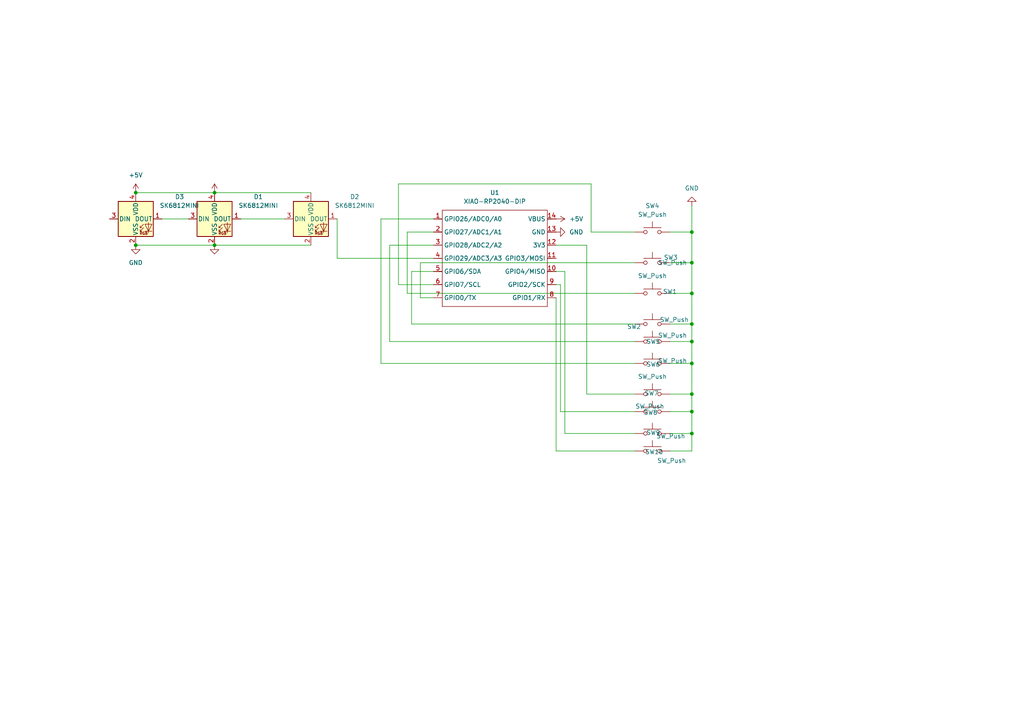
<source format=kicad_sch>
(kicad_sch
	(version 20250114)
	(generator "eeschema")
	(generator_version "9.0")
	(uuid "322c3005-28d7-4a79-a694-361b64d50aa7")
	(paper "A4")
	(lib_symbols
		(symbol "LED:SK6812MINI"
			(pin_names
				(offset 0.254)
			)
			(exclude_from_sim no)
			(in_bom yes)
			(on_board yes)
			(property "Reference" "D"
				(at 5.08 5.715 0)
				(effects
					(font
						(size 1.27 1.27)
					)
					(justify right bottom)
				)
			)
			(property "Value" "SK6812MINI"
				(at 1.27 -5.715 0)
				(effects
					(font
						(size 1.27 1.27)
					)
					(justify left top)
				)
			)
			(property "Footprint" "LED_SMD:LED_SK6812MINI_PLCC4_3.5x3.5mm_P1.75mm"
				(at 1.27 -7.62 0)
				(effects
					(font
						(size 1.27 1.27)
					)
					(justify left top)
					(hide yes)
				)
			)
			(property "Datasheet" "https://cdn-shop.adafruit.com/product-files/2686/SK6812MINI_REV.01-1-2.pdf"
				(at 2.54 -9.525 0)
				(effects
					(font
						(size 1.27 1.27)
					)
					(justify left top)
					(hide yes)
				)
			)
			(property "Description" "RGB LED with integrated controller"
				(at 0 0 0)
				(effects
					(font
						(size 1.27 1.27)
					)
					(hide yes)
				)
			)
			(property "ki_keywords" "RGB LED NeoPixel Mini addressable"
				(at 0 0 0)
				(effects
					(font
						(size 1.27 1.27)
					)
					(hide yes)
				)
			)
			(property "ki_fp_filters" "LED*SK6812MINI*PLCC*3.5x3.5mm*P1.75mm*"
				(at 0 0 0)
				(effects
					(font
						(size 1.27 1.27)
					)
					(hide yes)
				)
			)
			(symbol "SK6812MINI_0_0"
				(text "RGB"
					(at 2.286 -4.191 0)
					(effects
						(font
							(size 0.762 0.762)
						)
					)
				)
			)
			(symbol "SK6812MINI_0_1"
				(polyline
					(pts
						(xy 1.27 -2.54) (xy 1.778 -2.54)
					)
					(stroke
						(width 0)
						(type default)
					)
					(fill
						(type none)
					)
				)
				(polyline
					(pts
						(xy 1.27 -3.556) (xy 1.778 -3.556)
					)
					(stroke
						(width 0)
						(type default)
					)
					(fill
						(type none)
					)
				)
				(polyline
					(pts
						(xy 2.286 -1.524) (xy 1.27 -2.54) (xy 1.27 -2.032)
					)
					(stroke
						(width 0)
						(type default)
					)
					(fill
						(type none)
					)
				)
				(polyline
					(pts
						(xy 2.286 -2.54) (xy 1.27 -3.556) (xy 1.27 -3.048)
					)
					(stroke
						(width 0)
						(type default)
					)
					(fill
						(type none)
					)
				)
				(polyline
					(pts
						(xy 3.683 -1.016) (xy 3.683 -3.556) (xy 3.683 -4.064)
					)
					(stroke
						(width 0)
						(type default)
					)
					(fill
						(type none)
					)
				)
				(polyline
					(pts
						(xy 4.699 -1.524) (xy 2.667 -1.524) (xy 3.683 -3.556) (xy 4.699 -1.524)
					)
					(stroke
						(width 0)
						(type default)
					)
					(fill
						(type none)
					)
				)
				(polyline
					(pts
						(xy 4.699 -3.556) (xy 2.667 -3.556)
					)
					(stroke
						(width 0)
						(type default)
					)
					(fill
						(type none)
					)
				)
				(rectangle
					(start 5.08 5.08)
					(end -5.08 -5.08)
					(stroke
						(width 0.254)
						(type default)
					)
					(fill
						(type background)
					)
				)
			)
			(symbol "SK6812MINI_1_1"
				(pin input line
					(at -7.62 0 0)
					(length 2.54)
					(name "DIN"
						(effects
							(font
								(size 1.27 1.27)
							)
						)
					)
					(number "3"
						(effects
							(font
								(size 1.27 1.27)
							)
						)
					)
				)
				(pin power_in line
					(at 0 7.62 270)
					(length 2.54)
					(name "VDD"
						(effects
							(font
								(size 1.27 1.27)
							)
						)
					)
					(number "4"
						(effects
							(font
								(size 1.27 1.27)
							)
						)
					)
				)
				(pin power_in line
					(at 0 -7.62 90)
					(length 2.54)
					(name "VSS"
						(effects
							(font
								(size 1.27 1.27)
							)
						)
					)
					(number "2"
						(effects
							(font
								(size 1.27 1.27)
							)
						)
					)
				)
				(pin output line
					(at 7.62 0 180)
					(length 2.54)
					(name "DOUT"
						(effects
							(font
								(size 1.27 1.27)
							)
						)
					)
					(number "1"
						(effects
							(font
								(size 1.27 1.27)
							)
						)
					)
				)
			)
			(embedded_fonts no)
		)
		(symbol "Seeed_Studio_XIAO_Series:XIAO-RP2040-DIP"
			(exclude_from_sim no)
			(in_bom yes)
			(on_board yes)
			(property "Reference" "U"
				(at 0 0 0)
				(effects
					(font
						(size 1.27 1.27)
					)
				)
			)
			(property "Value" "XIAO-RP2040-DIP"
				(at 5.334 -1.778 0)
				(effects
					(font
						(size 1.27 1.27)
					)
				)
			)
			(property "Footprint" "Module:MOUDLE14P-XIAO-DIP-SMD"
				(at 14.478 -32.258 0)
				(effects
					(font
						(size 1.27 1.27)
					)
					(hide yes)
				)
			)
			(property "Datasheet" ""
				(at 0 0 0)
				(effects
					(font
						(size 1.27 1.27)
					)
					(hide yes)
				)
			)
			(property "Description" ""
				(at 0 0 0)
				(effects
					(font
						(size 1.27 1.27)
					)
					(hide yes)
				)
			)
			(symbol "XIAO-RP2040-DIP_1_0"
				(polyline
					(pts
						(xy -1.27 -2.54) (xy 29.21 -2.54)
					)
					(stroke
						(width 0.1524)
						(type solid)
					)
					(fill
						(type none)
					)
				)
				(polyline
					(pts
						(xy -1.27 -5.08) (xy -2.54 -5.08)
					)
					(stroke
						(width 0.1524)
						(type solid)
					)
					(fill
						(type none)
					)
				)
				(polyline
					(pts
						(xy -1.27 -5.08) (xy -1.27 -2.54)
					)
					(stroke
						(width 0.1524)
						(type solid)
					)
					(fill
						(type none)
					)
				)
				(polyline
					(pts
						(xy -1.27 -8.89) (xy -2.54 -8.89)
					)
					(stroke
						(width 0.1524)
						(type solid)
					)
					(fill
						(type none)
					)
				)
				(polyline
					(pts
						(xy -1.27 -8.89) (xy -1.27 -5.08)
					)
					(stroke
						(width 0.1524)
						(type solid)
					)
					(fill
						(type none)
					)
				)
				(polyline
					(pts
						(xy -1.27 -12.7) (xy -2.54 -12.7)
					)
					(stroke
						(width 0.1524)
						(type solid)
					)
					(fill
						(type none)
					)
				)
				(polyline
					(pts
						(xy -1.27 -12.7) (xy -1.27 -8.89)
					)
					(stroke
						(width 0.1524)
						(type solid)
					)
					(fill
						(type none)
					)
				)
				(polyline
					(pts
						(xy -1.27 -16.51) (xy -2.54 -16.51)
					)
					(stroke
						(width 0.1524)
						(type solid)
					)
					(fill
						(type none)
					)
				)
				(polyline
					(pts
						(xy -1.27 -16.51) (xy -1.27 -12.7)
					)
					(stroke
						(width 0.1524)
						(type solid)
					)
					(fill
						(type none)
					)
				)
				(polyline
					(pts
						(xy -1.27 -20.32) (xy -2.54 -20.32)
					)
					(stroke
						(width 0.1524)
						(type solid)
					)
					(fill
						(type none)
					)
				)
				(polyline
					(pts
						(xy -1.27 -24.13) (xy -2.54 -24.13)
					)
					(stroke
						(width 0.1524)
						(type solid)
					)
					(fill
						(type none)
					)
				)
				(polyline
					(pts
						(xy -1.27 -27.94) (xy -2.54 -27.94)
					)
					(stroke
						(width 0.1524)
						(type solid)
					)
					(fill
						(type none)
					)
				)
				(polyline
					(pts
						(xy -1.27 -30.48) (xy -1.27 -16.51)
					)
					(stroke
						(width 0.1524)
						(type solid)
					)
					(fill
						(type none)
					)
				)
				(polyline
					(pts
						(xy 29.21 -2.54) (xy 29.21 -5.08)
					)
					(stroke
						(width 0.1524)
						(type solid)
					)
					(fill
						(type none)
					)
				)
				(polyline
					(pts
						(xy 29.21 -5.08) (xy 29.21 -8.89)
					)
					(stroke
						(width 0.1524)
						(type solid)
					)
					(fill
						(type none)
					)
				)
				(polyline
					(pts
						(xy 29.21 -8.89) (xy 29.21 -12.7)
					)
					(stroke
						(width 0.1524)
						(type solid)
					)
					(fill
						(type none)
					)
				)
				(polyline
					(pts
						(xy 29.21 -12.7) (xy 29.21 -30.48)
					)
					(stroke
						(width 0.1524)
						(type solid)
					)
					(fill
						(type none)
					)
				)
				(polyline
					(pts
						(xy 29.21 -30.48) (xy -1.27 -30.48)
					)
					(stroke
						(width 0.1524)
						(type solid)
					)
					(fill
						(type none)
					)
				)
				(polyline
					(pts
						(xy 30.48 -5.08) (xy 29.21 -5.08)
					)
					(stroke
						(width 0.1524)
						(type solid)
					)
					(fill
						(type none)
					)
				)
				(polyline
					(pts
						(xy 30.48 -8.89) (xy 29.21 -8.89)
					)
					(stroke
						(width 0.1524)
						(type solid)
					)
					(fill
						(type none)
					)
				)
				(polyline
					(pts
						(xy 30.48 -12.7) (xy 29.21 -12.7)
					)
					(stroke
						(width 0.1524)
						(type solid)
					)
					(fill
						(type none)
					)
				)
				(polyline
					(pts
						(xy 30.48 -16.51) (xy 29.21 -16.51)
					)
					(stroke
						(width 0.1524)
						(type solid)
					)
					(fill
						(type none)
					)
				)
				(polyline
					(pts
						(xy 30.48 -20.32) (xy 29.21 -20.32)
					)
					(stroke
						(width 0.1524)
						(type solid)
					)
					(fill
						(type none)
					)
				)
				(polyline
					(pts
						(xy 30.48 -24.13) (xy 29.21 -24.13)
					)
					(stroke
						(width 0.1524)
						(type solid)
					)
					(fill
						(type none)
					)
				)
				(polyline
					(pts
						(xy 30.48 -27.94) (xy 29.21 -27.94)
					)
					(stroke
						(width 0.1524)
						(type solid)
					)
					(fill
						(type none)
					)
				)
				(pin passive line
					(at -3.81 -5.08 0)
					(length 2.54)
					(name "GPIO26/ADC0/A0"
						(effects
							(font
								(size 1.27 1.27)
							)
						)
					)
					(number "1"
						(effects
							(font
								(size 1.27 1.27)
							)
						)
					)
				)
				(pin passive line
					(at -3.81 -8.89 0)
					(length 2.54)
					(name "GPIO27/ADC1/A1"
						(effects
							(font
								(size 1.27 1.27)
							)
						)
					)
					(number "2"
						(effects
							(font
								(size 1.27 1.27)
							)
						)
					)
				)
				(pin passive line
					(at -3.81 -12.7 0)
					(length 2.54)
					(name "GPIO28/ADC2/A2"
						(effects
							(font
								(size 1.27 1.27)
							)
						)
					)
					(number "3"
						(effects
							(font
								(size 1.27 1.27)
							)
						)
					)
				)
				(pin passive line
					(at -3.81 -16.51 0)
					(length 2.54)
					(name "GPIO29/ADC3/A3"
						(effects
							(font
								(size 1.27 1.27)
							)
						)
					)
					(number "4"
						(effects
							(font
								(size 1.27 1.27)
							)
						)
					)
				)
				(pin passive line
					(at -3.81 -20.32 0)
					(length 2.54)
					(name "GPIO6/SDA"
						(effects
							(font
								(size 1.27 1.27)
							)
						)
					)
					(number "5"
						(effects
							(font
								(size 1.27 1.27)
							)
						)
					)
				)
				(pin passive line
					(at -3.81 -24.13 0)
					(length 2.54)
					(name "GPIO7/SCL"
						(effects
							(font
								(size 1.27 1.27)
							)
						)
					)
					(number "6"
						(effects
							(font
								(size 1.27 1.27)
							)
						)
					)
				)
				(pin passive line
					(at -3.81 -27.94 0)
					(length 2.54)
					(name "GPIO0/TX"
						(effects
							(font
								(size 1.27 1.27)
							)
						)
					)
					(number "7"
						(effects
							(font
								(size 1.27 1.27)
							)
						)
					)
				)
				(pin passive line
					(at 31.75 -5.08 180)
					(length 2.54)
					(name "VBUS"
						(effects
							(font
								(size 1.27 1.27)
							)
						)
					)
					(number "14"
						(effects
							(font
								(size 1.27 1.27)
							)
						)
					)
				)
				(pin passive line
					(at 31.75 -8.89 180)
					(length 2.54)
					(name "GND"
						(effects
							(font
								(size 1.27 1.27)
							)
						)
					)
					(number "13"
						(effects
							(font
								(size 1.27 1.27)
							)
						)
					)
				)
				(pin passive line
					(at 31.75 -12.7 180)
					(length 2.54)
					(name "3V3"
						(effects
							(font
								(size 1.27 1.27)
							)
						)
					)
					(number "12"
						(effects
							(font
								(size 1.27 1.27)
							)
						)
					)
				)
				(pin passive line
					(at 31.75 -16.51 180)
					(length 2.54)
					(name "GPIO3/MOSI"
						(effects
							(font
								(size 1.27 1.27)
							)
						)
					)
					(number "11"
						(effects
							(font
								(size 1.27 1.27)
							)
						)
					)
				)
				(pin passive line
					(at 31.75 -20.32 180)
					(length 2.54)
					(name "GPIO4/MISO"
						(effects
							(font
								(size 1.27 1.27)
							)
						)
					)
					(number "10"
						(effects
							(font
								(size 1.27 1.27)
							)
						)
					)
				)
				(pin passive line
					(at 31.75 -24.13 180)
					(length 2.54)
					(name "GPIO2/SCK"
						(effects
							(font
								(size 1.27 1.27)
							)
						)
					)
					(number "9"
						(effects
							(font
								(size 1.27 1.27)
							)
						)
					)
				)
				(pin passive line
					(at 31.75 -27.94 180)
					(length 2.54)
					(name "GPIO1/RX"
						(effects
							(font
								(size 1.27 1.27)
							)
						)
					)
					(number "8"
						(effects
							(font
								(size 1.27 1.27)
							)
						)
					)
				)
			)
			(embedded_fonts no)
		)
		(symbol "Switch:SW_Push"
			(pin_numbers
				(hide yes)
			)
			(pin_names
				(offset 1.016)
				(hide yes)
			)
			(exclude_from_sim no)
			(in_bom yes)
			(on_board yes)
			(property "Reference" "SW"
				(at 1.27 2.54 0)
				(effects
					(font
						(size 1.27 1.27)
					)
					(justify left)
				)
			)
			(property "Value" "SW_Push"
				(at 0 -1.524 0)
				(effects
					(font
						(size 1.27 1.27)
					)
				)
			)
			(property "Footprint" ""
				(at 0 5.08 0)
				(effects
					(font
						(size 1.27 1.27)
					)
					(hide yes)
				)
			)
			(property "Datasheet" "~"
				(at 0 5.08 0)
				(effects
					(font
						(size 1.27 1.27)
					)
					(hide yes)
				)
			)
			(property "Description" "Push button switch, generic, two pins"
				(at 0 0 0)
				(effects
					(font
						(size 1.27 1.27)
					)
					(hide yes)
				)
			)
			(property "ki_keywords" "switch normally-open pushbutton push-button"
				(at 0 0 0)
				(effects
					(font
						(size 1.27 1.27)
					)
					(hide yes)
				)
			)
			(symbol "SW_Push_0_1"
				(circle
					(center -2.032 0)
					(radius 0.508)
					(stroke
						(width 0)
						(type default)
					)
					(fill
						(type none)
					)
				)
				(polyline
					(pts
						(xy 0 1.27) (xy 0 3.048)
					)
					(stroke
						(width 0)
						(type default)
					)
					(fill
						(type none)
					)
				)
				(circle
					(center 2.032 0)
					(radius 0.508)
					(stroke
						(width 0)
						(type default)
					)
					(fill
						(type none)
					)
				)
				(polyline
					(pts
						(xy 2.54 1.27) (xy -2.54 1.27)
					)
					(stroke
						(width 0)
						(type default)
					)
					(fill
						(type none)
					)
				)
				(pin passive line
					(at -5.08 0 0)
					(length 2.54)
					(name "1"
						(effects
							(font
								(size 1.27 1.27)
							)
						)
					)
					(number "1"
						(effects
							(font
								(size 1.27 1.27)
							)
						)
					)
				)
				(pin passive line
					(at 5.08 0 180)
					(length 2.54)
					(name "2"
						(effects
							(font
								(size 1.27 1.27)
							)
						)
					)
					(number "2"
						(effects
							(font
								(size 1.27 1.27)
							)
						)
					)
				)
			)
			(embedded_fonts no)
		)
		(symbol "power:+5V"
			(power)
			(pin_numbers
				(hide yes)
			)
			(pin_names
				(offset 0)
				(hide yes)
			)
			(exclude_from_sim no)
			(in_bom yes)
			(on_board yes)
			(property "Reference" "#PWR"
				(at 0 -3.81 0)
				(effects
					(font
						(size 1.27 1.27)
					)
					(hide yes)
				)
			)
			(property "Value" "+5V"
				(at 0 3.556 0)
				(effects
					(font
						(size 1.27 1.27)
					)
				)
			)
			(property "Footprint" ""
				(at 0 0 0)
				(effects
					(font
						(size 1.27 1.27)
					)
					(hide yes)
				)
			)
			(property "Datasheet" ""
				(at 0 0 0)
				(effects
					(font
						(size 1.27 1.27)
					)
					(hide yes)
				)
			)
			(property "Description" "Power symbol creates a global label with name \"+5V\""
				(at 0 0 0)
				(effects
					(font
						(size 1.27 1.27)
					)
					(hide yes)
				)
			)
			(property "ki_keywords" "global power"
				(at 0 0 0)
				(effects
					(font
						(size 1.27 1.27)
					)
					(hide yes)
				)
			)
			(symbol "+5V_0_1"
				(polyline
					(pts
						(xy -0.762 1.27) (xy 0 2.54)
					)
					(stroke
						(width 0)
						(type default)
					)
					(fill
						(type none)
					)
				)
				(polyline
					(pts
						(xy 0 2.54) (xy 0.762 1.27)
					)
					(stroke
						(width 0)
						(type default)
					)
					(fill
						(type none)
					)
				)
				(polyline
					(pts
						(xy 0 0) (xy 0 2.54)
					)
					(stroke
						(width 0)
						(type default)
					)
					(fill
						(type none)
					)
				)
			)
			(symbol "+5V_1_1"
				(pin power_in line
					(at 0 0 90)
					(length 0)
					(name "~"
						(effects
							(font
								(size 1.27 1.27)
							)
						)
					)
					(number "1"
						(effects
							(font
								(size 1.27 1.27)
							)
						)
					)
				)
			)
			(embedded_fonts no)
		)
		(symbol "power:GND"
			(power)
			(pin_numbers
				(hide yes)
			)
			(pin_names
				(offset 0)
				(hide yes)
			)
			(exclude_from_sim no)
			(in_bom yes)
			(on_board yes)
			(property "Reference" "#PWR"
				(at 0 -6.35 0)
				(effects
					(font
						(size 1.27 1.27)
					)
					(hide yes)
				)
			)
			(property "Value" "GND"
				(at 0 -3.81 0)
				(effects
					(font
						(size 1.27 1.27)
					)
				)
			)
			(property "Footprint" ""
				(at 0 0 0)
				(effects
					(font
						(size 1.27 1.27)
					)
					(hide yes)
				)
			)
			(property "Datasheet" ""
				(at 0 0 0)
				(effects
					(font
						(size 1.27 1.27)
					)
					(hide yes)
				)
			)
			(property "Description" "Power symbol creates a global label with name \"GND\" , ground"
				(at 0 0 0)
				(effects
					(font
						(size 1.27 1.27)
					)
					(hide yes)
				)
			)
			(property "ki_keywords" "global power"
				(at 0 0 0)
				(effects
					(font
						(size 1.27 1.27)
					)
					(hide yes)
				)
			)
			(symbol "GND_0_1"
				(polyline
					(pts
						(xy 0 0) (xy 0 -1.27) (xy 1.27 -1.27) (xy 0 -2.54) (xy -1.27 -1.27) (xy 0 -1.27)
					)
					(stroke
						(width 0)
						(type default)
					)
					(fill
						(type none)
					)
				)
			)
			(symbol "GND_1_1"
				(pin power_in line
					(at 0 0 270)
					(length 0)
					(name "~"
						(effects
							(font
								(size 1.27 1.27)
							)
						)
					)
					(number "1"
						(effects
							(font
								(size 1.27 1.27)
							)
						)
					)
				)
			)
			(embedded_fonts no)
		)
	)
	(junction
		(at 200.66 67.31)
		(diameter 0)
		(color 0 0 0 0)
		(uuid "013f7748-3936-4df0-a831-e8efa4d6a058")
	)
	(junction
		(at 200.66 85.09)
		(diameter 0)
		(color 0 0 0 0)
		(uuid "1512b2e4-75ab-413e-ad6d-8c8b6b282ba6")
	)
	(junction
		(at 200.66 125.73)
		(diameter 0)
		(color 0 0 0 0)
		(uuid "277f2b8d-84be-4f58-897b-c1f8ee53d34c")
	)
	(junction
		(at 39.37 55.88)
		(diameter 0)
		(color 0 0 0 0)
		(uuid "28b906f5-ab40-4a7c-a90f-8dc84dcd1bae")
	)
	(junction
		(at 200.66 99.06)
		(diameter 0)
		(color 0 0 0 0)
		(uuid "4b8698b2-482c-4635-9b6d-c3dde8aa94eb")
	)
	(junction
		(at 200.66 93.98)
		(diameter 0)
		(color 0 0 0 0)
		(uuid "57a47edd-247f-45c7-b466-ff60940f245a")
	)
	(junction
		(at 200.66 119.38)
		(diameter 0)
		(color 0 0 0 0)
		(uuid "7b170b1e-f214-4297-b4b7-f6714cff47ec")
	)
	(junction
		(at 200.66 105.41)
		(diameter 0)
		(color 0 0 0 0)
		(uuid "8b4f2b45-9be0-43f5-8429-4c31a7802229")
	)
	(junction
		(at 62.23 55.88)
		(diameter 0)
		(color 0 0 0 0)
		(uuid "90c094d9-f70b-4091-94b8-5e819485c092")
	)
	(junction
		(at 39.37 71.12)
		(diameter 0)
		(color 0 0 0 0)
		(uuid "96f3b022-6c47-4825-98c0-9fad7c6cf792")
	)
	(junction
		(at 200.66 76.2)
		(diameter 0)
		(color 0 0 0 0)
		(uuid "add3b08a-15c7-46b3-b5de-27e23585d166")
	)
	(junction
		(at 200.66 114.3)
		(diameter 0)
		(color 0 0 0 0)
		(uuid "c8077975-1d84-4112-a80d-c8b977c8ce29")
	)
	(junction
		(at 62.23 71.12)
		(diameter 0)
		(color 0 0 0 0)
		(uuid "cc6c0a71-c969-49a1-bb8a-0d234c32a03d")
	)
	(wire
		(pts
			(xy 184.15 125.73) (xy 163.83 125.73)
		)
		(stroke
			(width 0)
			(type default)
		)
		(uuid "0968d8cf-d445-4cc2-bf6a-c3e8fc6df9d7")
	)
	(wire
		(pts
			(xy 119.38 93.98) (xy 119.38 78.74)
		)
		(stroke
			(width 0)
			(type default)
		)
		(uuid "0a897f76-a8f6-48e8-abbb-ecde98f04954")
	)
	(wire
		(pts
			(xy 200.66 99.06) (xy 194.31 99.06)
		)
		(stroke
			(width 0)
			(type default)
		)
		(uuid "0e5ed09a-d6b3-4dfc-8b4e-84e5cd2a71e4")
	)
	(wire
		(pts
			(xy 163.83 78.74) (xy 161.29 78.74)
		)
		(stroke
			(width 0)
			(type default)
		)
		(uuid "12e4095a-4be4-4903-a857-2dfe3a40a135")
	)
	(wire
		(pts
			(xy 184.15 99.06) (xy 113.03 99.06)
		)
		(stroke
			(width 0)
			(type default)
		)
		(uuid "1dd96c6e-1510-42da-9e31-78e6b53dc986")
	)
	(wire
		(pts
			(xy 200.66 119.38) (xy 200.66 125.73)
		)
		(stroke
			(width 0)
			(type default)
		)
		(uuid "2658ac29-549a-44ff-92c9-67fa13b31071")
	)
	(wire
		(pts
			(xy 184.15 93.98) (xy 119.38 93.98)
		)
		(stroke
			(width 0)
			(type default)
		)
		(uuid "275f81d0-107f-4148-81b3-8f1d739c3132")
	)
	(wire
		(pts
			(xy 97.79 63.5) (xy 97.79 74.93)
		)
		(stroke
			(width 0)
			(type default)
		)
		(uuid "2b7d748c-b8c3-45dd-adf0-87a19adb990d")
	)
	(wire
		(pts
			(xy 62.23 71.12) (xy 90.17 71.12)
		)
		(stroke
			(width 0)
			(type default)
		)
		(uuid "33024f8a-bb38-4b45-904c-2b55d16f8650")
	)
	(wire
		(pts
			(xy 39.37 55.88) (xy 62.23 55.88)
		)
		(stroke
			(width 0)
			(type default)
		)
		(uuid "3bd37015-5978-4228-a4d4-4a3bcc503e39")
	)
	(wire
		(pts
			(xy 170.18 114.3) (xy 170.18 71.12)
		)
		(stroke
			(width 0)
			(type default)
		)
		(uuid "3f8c0691-e238-4717-9281-c33d07d8a303")
	)
	(wire
		(pts
			(xy 62.23 55.88) (xy 90.17 55.88)
		)
		(stroke
			(width 0)
			(type default)
		)
		(uuid "3fd17db3-3996-413a-9113-2c3e04703f2b")
	)
	(wire
		(pts
			(xy 200.66 76.2) (xy 200.66 85.09)
		)
		(stroke
			(width 0)
			(type default)
		)
		(uuid "463680a7-68bb-4f86-9420-5d240b5361c6")
	)
	(wire
		(pts
			(xy 200.66 130.81) (xy 194.31 130.81)
		)
		(stroke
			(width 0)
			(type default)
		)
		(uuid "5611ac29-8328-4693-ba1f-e24175f77099")
	)
	(wire
		(pts
			(xy 200.66 76.2) (xy 194.31 76.2)
		)
		(stroke
			(width 0)
			(type default)
		)
		(uuid "5b2f676e-7b15-46f7-9755-5cb2dbe28ead")
	)
	(wire
		(pts
			(xy 184.15 85.09) (xy 118.11 85.09)
		)
		(stroke
			(width 0)
			(type default)
		)
		(uuid "5cf06baa-487f-4faa-be0e-f74ec197760f")
	)
	(wire
		(pts
			(xy 171.45 67.31) (xy 171.45 53.34)
		)
		(stroke
			(width 0)
			(type default)
		)
		(uuid "5dd41ab6-bdc6-46de-be91-0044ffa0f82b")
	)
	(wire
		(pts
			(xy 184.15 119.38) (xy 162.56 119.38)
		)
		(stroke
			(width 0)
			(type default)
		)
		(uuid "5f61c2ea-513d-47e9-b647-a756819ab8cd")
	)
	(wire
		(pts
			(xy 113.03 99.06) (xy 113.03 71.12)
		)
		(stroke
			(width 0)
			(type default)
		)
		(uuid "67f9c6ba-2e2f-406d-91f6-18e56f49fc02")
	)
	(wire
		(pts
			(xy 184.15 76.2) (xy 121.92 76.2)
		)
		(stroke
			(width 0)
			(type default)
		)
		(uuid "683f0511-efa1-46ad-9716-e664af0050e5")
	)
	(wire
		(pts
			(xy 200.66 105.41) (xy 200.66 114.3)
		)
		(stroke
			(width 0)
			(type default)
		)
		(uuid "6bd5e91c-28aa-4263-ab3e-173e9106f4d7")
	)
	(wire
		(pts
			(xy 200.66 125.73) (xy 194.31 125.73)
		)
		(stroke
			(width 0)
			(type default)
		)
		(uuid "74a844da-113a-4c87-aa62-13c6393d9982")
	)
	(wire
		(pts
			(xy 46.99 63.5) (xy 54.61 63.5)
		)
		(stroke
			(width 0)
			(type default)
		)
		(uuid "7669bb06-6ec1-4557-95a5-4ba331f7f6ef")
	)
	(wire
		(pts
			(xy 200.66 114.3) (xy 194.31 114.3)
		)
		(stroke
			(width 0)
			(type default)
		)
		(uuid "78e2cffe-fcea-42b5-a095-f3f40d7487c4")
	)
	(wire
		(pts
			(xy 115.57 82.55) (xy 125.73 82.55)
		)
		(stroke
			(width 0)
			(type default)
		)
		(uuid "7b1a708a-c661-4b06-8329-c691a949e55a")
	)
	(wire
		(pts
			(xy 200.66 67.31) (xy 200.66 76.2)
		)
		(stroke
			(width 0)
			(type default)
		)
		(uuid "7b3e629c-17c1-493e-b6e3-401cd50b17c1")
	)
	(wire
		(pts
			(xy 118.11 85.09) (xy 118.11 67.31)
		)
		(stroke
			(width 0)
			(type default)
		)
		(uuid "7c507132-8c78-4f23-90c1-a1802cd50af2")
	)
	(wire
		(pts
			(xy 200.66 99.06) (xy 200.66 105.41)
		)
		(stroke
			(width 0)
			(type default)
		)
		(uuid "81d64010-d1a6-4524-a1b6-c9800d551cac")
	)
	(wire
		(pts
			(xy 162.56 82.55) (xy 161.29 82.55)
		)
		(stroke
			(width 0)
			(type default)
		)
		(uuid "86a852b9-fd95-49f9-ae3f-0accfd7d2958")
	)
	(wire
		(pts
			(xy 121.92 76.2) (xy 121.92 86.36)
		)
		(stroke
			(width 0)
			(type default)
		)
		(uuid "876062e0-2201-4ce2-a8f6-d4e77926dde4")
	)
	(wire
		(pts
			(xy 194.31 85.09) (xy 200.66 85.09)
		)
		(stroke
			(width 0)
			(type default)
		)
		(uuid "8adda211-b8b8-405f-a387-25a258de6d63")
	)
	(wire
		(pts
			(xy 121.92 86.36) (xy 125.73 86.36)
		)
		(stroke
			(width 0)
			(type default)
		)
		(uuid "903cc38d-1231-48c5-8c6e-ad92000c03c8")
	)
	(wire
		(pts
			(xy 184.15 105.41) (xy 110.49 105.41)
		)
		(stroke
			(width 0)
			(type default)
		)
		(uuid "962a89ff-f107-4ae6-a30d-8a9ed8d84e2c")
	)
	(wire
		(pts
			(xy 184.15 67.31) (xy 171.45 67.31)
		)
		(stroke
			(width 0)
			(type default)
		)
		(uuid "9a43d4e1-2d4d-4f7a-9e0e-b32eb188795d")
	)
	(wire
		(pts
			(xy 200.66 114.3) (xy 200.66 119.38)
		)
		(stroke
			(width 0)
			(type default)
		)
		(uuid "9b7f2c55-93f8-4261-a00f-10cfe281ebb8")
	)
	(wire
		(pts
			(xy 162.56 119.38) (xy 162.56 82.55)
		)
		(stroke
			(width 0)
			(type default)
		)
		(uuid "9bdab75d-4a1f-4f23-83bf-bebb40a1bae4")
	)
	(wire
		(pts
			(xy 118.11 67.31) (xy 125.73 67.31)
		)
		(stroke
			(width 0)
			(type default)
		)
		(uuid "9e3f5787-17ef-47e3-9467-70caa1894f18")
	)
	(wire
		(pts
			(xy 200.66 119.38) (xy 194.31 119.38)
		)
		(stroke
			(width 0)
			(type default)
		)
		(uuid "a5b0f9ed-c4e4-43e4-b84f-37c8ec8a80a4")
	)
	(wire
		(pts
			(xy 200.66 125.73) (xy 200.66 130.81)
		)
		(stroke
			(width 0)
			(type default)
		)
		(uuid "a85b53bf-758d-4656-ab2e-a8582824b6e8")
	)
	(wire
		(pts
			(xy 170.18 71.12) (xy 161.29 71.12)
		)
		(stroke
			(width 0)
			(type default)
		)
		(uuid "b699732f-a93f-4d35-ace8-6e3b98fa43fa")
	)
	(wire
		(pts
			(xy 200.66 93.98) (xy 200.66 99.06)
		)
		(stroke
			(width 0)
			(type default)
		)
		(uuid "b7dec914-9231-4e76-8061-9c3ce3374720")
	)
	(wire
		(pts
			(xy 161.29 86.36) (xy 161.29 130.81)
		)
		(stroke
			(width 0)
			(type default)
		)
		(uuid "b852ac1e-bf3b-4c13-aa1c-2df91590e105")
	)
	(wire
		(pts
			(xy 110.49 63.5) (xy 125.73 63.5)
		)
		(stroke
			(width 0)
			(type default)
		)
		(uuid "c141fab8-9cd7-47fb-9c8b-1f6770010bf6")
	)
	(wire
		(pts
			(xy 184.15 114.3) (xy 170.18 114.3)
		)
		(stroke
			(width 0)
			(type default)
		)
		(uuid "c2eeac32-389c-44a4-b709-c989a10619bb")
	)
	(wire
		(pts
			(xy 171.45 53.34) (xy 115.57 53.34)
		)
		(stroke
			(width 0)
			(type default)
		)
		(uuid "c507fe2f-ee00-411e-9014-d2164c402d3e")
	)
	(wire
		(pts
			(xy 97.79 74.93) (xy 125.73 74.93)
		)
		(stroke
			(width 0)
			(type default)
		)
		(uuid "c75de54d-8a88-4f87-aacf-b6ff98d3e281")
	)
	(wire
		(pts
			(xy 163.83 125.73) (xy 163.83 78.74)
		)
		(stroke
			(width 0)
			(type default)
		)
		(uuid "cb98aa25-9295-45c9-a3c8-045b39a4baa4")
	)
	(wire
		(pts
			(xy 110.49 105.41) (xy 110.49 63.5)
		)
		(stroke
			(width 0)
			(type default)
		)
		(uuid "cdb957de-1377-4f93-9b44-6f40e7afe3f8")
	)
	(wire
		(pts
			(xy 200.66 105.41) (xy 194.31 105.41)
		)
		(stroke
			(width 0)
			(type default)
		)
		(uuid "d71e1b6c-f336-4854-ab20-d6431f87be20")
	)
	(wire
		(pts
			(xy 113.03 71.12) (xy 125.73 71.12)
		)
		(stroke
			(width 0)
			(type default)
		)
		(uuid "d9307524-2619-4850-9d4e-8fd1c8d23026")
	)
	(wire
		(pts
			(xy 184.15 130.81) (xy 161.29 130.81)
		)
		(stroke
			(width 0)
			(type default)
		)
		(uuid "d9f6efd9-7dc3-4daa-8849-2ab218f2ad00")
	)
	(wire
		(pts
			(xy 200.66 85.09) (xy 200.66 93.98)
		)
		(stroke
			(width 0)
			(type default)
		)
		(uuid "dd391984-6856-4562-b718-15121813ffa4")
	)
	(wire
		(pts
			(xy 200.66 59.69) (xy 200.66 67.31)
		)
		(stroke
			(width 0)
			(type default)
		)
		(uuid "e0da8406-9870-4318-8997-7d38b4dcb8dc")
	)
	(wire
		(pts
			(xy 39.37 71.12) (xy 62.23 71.12)
		)
		(stroke
			(width 0)
			(type default)
		)
		(uuid "e1c7d4d2-dd42-46fd-9260-5eee5168cf25")
	)
	(wire
		(pts
			(xy 119.38 78.74) (xy 125.73 78.74)
		)
		(stroke
			(width 0)
			(type default)
		)
		(uuid "e71df415-d0d2-4bcd-8fa0-6c6f4dc024ad")
	)
	(wire
		(pts
			(xy 115.57 53.34) (xy 115.57 82.55)
		)
		(stroke
			(width 0)
			(type default)
		)
		(uuid "f552ff19-a961-44fd-aff1-42b354703d6f")
	)
	(wire
		(pts
			(xy 200.66 93.98) (xy 194.31 93.98)
		)
		(stroke
			(width 0)
			(type default)
		)
		(uuid "f6444763-eb56-4844-a738-2f68bffbe253")
	)
	(wire
		(pts
			(xy 194.31 67.31) (xy 200.66 67.31)
		)
		(stroke
			(width 0)
			(type default)
		)
		(uuid "f72240f4-1600-4b22-9771-5c9efc86c3e5")
	)
	(wire
		(pts
			(xy 69.85 63.5) (xy 82.55 63.5)
		)
		(stroke
			(width 0)
			(type default)
		)
		(uuid "fe0fc448-34ab-4223-bf35-4d40fcca79de")
	)
	(symbol
		(lib_id "Switch:SW_Push")
		(at 189.23 119.38 0)
		(unit 1)
		(exclude_from_sim no)
		(in_bom yes)
		(on_board yes)
		(dnp no)
		(uuid "17741e17-11f3-4810-9f79-231f7f2a0740")
		(property "Reference" "SW8"
			(at 188.722 119.634 0)
			(effects
				(font
					(size 1.27 1.27)
				)
			)
		)
		(property "Value" "SW_Push"
			(at 188.468 117.856 0)
			(effects
				(font
					(size 1.27 1.27)
				)
			)
		)
		(property "Footprint" "Button_Switch_Keyboard:SW_Cherry_MX_1.00u_PCB"
			(at 189.23 114.3 0)
			(effects
				(font
					(size 1.27 1.27)
				)
				(hide yes)
			)
		)
		(property "Datasheet" "~"
			(at 189.23 114.3 0)
			(effects
				(font
					(size 1.27 1.27)
				)
				(hide yes)
			)
		)
		(property "Description" "Push button switch, generic, two pins"
			(at 189.23 119.38 0)
			(effects
				(font
					(size 1.27 1.27)
				)
				(hide yes)
			)
		)
		(pin "1"
			(uuid "ca9e5218-f19d-4472-94ce-1e7515b8ca3f")
		)
		(pin "2"
			(uuid "932e8fc3-b332-4560-8f4c-cabef8a4e31d")
		)
		(instances
			(project "Starter_1"
				(path "/322c3005-28d7-4a79-a694-361b64d50aa7"
					(reference "SW8")
					(unit 1)
				)
			)
		)
	)
	(symbol
		(lib_id "power:GND")
		(at 39.37 71.12 0)
		(unit 1)
		(exclude_from_sim no)
		(in_bom yes)
		(on_board yes)
		(dnp no)
		(fields_autoplaced yes)
		(uuid "22dc5202-3a6c-45f7-b259-de8ad478f7b1")
		(property "Reference" "#PWR07"
			(at 39.37 77.47 0)
			(effects
				(font
					(size 1.27 1.27)
				)
				(hide yes)
			)
		)
		(property "Value" "GND"
			(at 39.37 76.2 0)
			(effects
				(font
					(size 1.27 1.27)
				)
			)
		)
		(property "Footprint" ""
			(at 39.37 71.12 0)
			(effects
				(font
					(size 1.27 1.27)
				)
				(hide yes)
			)
		)
		(property "Datasheet" ""
			(at 39.37 71.12 0)
			(effects
				(font
					(size 1.27 1.27)
				)
				(hide yes)
			)
		)
		(property "Description" "Power symbol creates a global label with name \"GND\" , ground"
			(at 39.37 71.12 0)
			(effects
				(font
					(size 1.27 1.27)
				)
				(hide yes)
			)
		)
		(pin "1"
			(uuid "42a73965-fa73-4e95-b06e-885971cea2a0")
		)
		(instances
			(project "Starter_1"
				(path "/322c3005-28d7-4a79-a694-361b64d50aa7"
					(reference "#PWR07")
					(unit 1)
				)
			)
		)
	)
	(symbol
		(lib_id "Switch:SW_Push")
		(at 189.23 125.73 0)
		(unit 1)
		(exclude_from_sim no)
		(in_bom yes)
		(on_board yes)
		(dnp no)
		(uuid "2c3580ef-6392-42bc-b9ab-a649ff920f02")
		(property "Reference" "SW9"
			(at 189.484 125.476 0)
			(effects
				(font
					(size 1.27 1.27)
				)
			)
		)
		(property "Value" "SW_Push"
			(at 194.564 126.492 0)
			(effects
				(font
					(size 1.27 1.27)
				)
			)
		)
		(property "Footprint" "Button_Switch_Keyboard:SW_Cherry_MX_1.00u_PCB"
			(at 189.23 120.65 0)
			(effects
				(font
					(size 1.27 1.27)
				)
				(hide yes)
			)
		)
		(property "Datasheet" "~"
			(at 189.23 120.65 0)
			(effects
				(font
					(size 1.27 1.27)
				)
				(hide yes)
			)
		)
		(property "Description" "Push button switch, generic, two pins"
			(at 189.23 125.73 0)
			(effects
				(font
					(size 1.27 1.27)
				)
				(hide yes)
			)
		)
		(pin "1"
			(uuid "b0123041-3c18-4856-b108-6209e463d262")
		)
		(pin "2"
			(uuid "d47f6ba1-a4c8-468e-828b-b6d2a8bc1302")
		)
		(instances
			(project "Starter_1"
				(path "/322c3005-28d7-4a79-a694-361b64d50aa7"
					(reference "SW9")
					(unit 1)
				)
			)
		)
	)
	(symbol
		(lib_id "Switch:SW_Push")
		(at 189.23 114.3 0)
		(unit 1)
		(exclude_from_sim no)
		(in_bom yes)
		(on_board yes)
		(dnp no)
		(uuid "35d8877e-2d77-4efd-b6f3-21e0c9de30ba")
		(property "Reference" "SW7"
			(at 188.976 114.046 0)
			(effects
				(font
					(size 1.27 1.27)
				)
			)
		)
		(property "Value" "SW_Push"
			(at 189.23 109.22 0)
			(effects
				(font
					(size 1.27 1.27)
				)
			)
		)
		(property "Footprint" "Button_Switch_Keyboard:SW_Cherry_MX_1.00u_PCB"
			(at 189.23 109.22 0)
			(effects
				(font
					(size 1.27 1.27)
				)
				(hide yes)
			)
		)
		(property "Datasheet" "~"
			(at 189.23 109.22 0)
			(effects
				(font
					(size 1.27 1.27)
				)
				(hide yes)
			)
		)
		(property "Description" "Push button switch, generic, two pins"
			(at 189.23 114.3 0)
			(effects
				(font
					(size 1.27 1.27)
				)
				(hide yes)
			)
		)
		(pin "1"
			(uuid "39669fe7-be4a-4612-98f8-04ff759f25d1")
		)
		(pin "2"
			(uuid "199198ce-08fa-42a0-a892-6b54c9c4b50d")
		)
		(instances
			(project "Starter_1"
				(path "/322c3005-28d7-4a79-a694-361b64d50aa7"
					(reference "SW7")
					(unit 1)
				)
			)
		)
	)
	(symbol
		(lib_id "LED:SK6812MINI")
		(at 90.17 63.5 0)
		(unit 1)
		(exclude_from_sim no)
		(in_bom yes)
		(on_board yes)
		(dnp no)
		(fields_autoplaced yes)
		(uuid "3b56641f-3fb2-4f08-91ff-7dd440b70ae0")
		(property "Reference" "D2"
			(at 102.87 57.0798 0)
			(effects
				(font
					(size 1.27 1.27)
				)
			)
		)
		(property "Value" "SK6812MINI"
			(at 102.87 59.6198 0)
			(effects
				(font
					(size 1.27 1.27)
				)
			)
		)
		(property "Footprint" "LED_SMD:LED_SK6812MINI_PLCC4_3.5x3.5mm_P1.75mm"
			(at 91.44 71.12 0)
			(effects
				(font
					(size 1.27 1.27)
				)
				(justify left top)
				(hide yes)
			)
		)
		(property "Datasheet" "https://cdn-shop.adafruit.com/product-files/2686/SK6812MINI_REV.01-1-2.pdf"
			(at 92.71 73.025 0)
			(effects
				(font
					(size 1.27 1.27)
				)
				(justify left top)
				(hide yes)
			)
		)
		(property "Description" "RGB LED with integrated controller"
			(at 90.17 63.5 0)
			(effects
				(font
					(size 1.27 1.27)
				)
				(hide yes)
			)
		)
		(pin "3"
			(uuid "0b833b71-c45f-4d5c-b95a-06c0f43b8b05")
		)
		(pin "4"
			(uuid "ae2324f1-8643-40f6-82d3-deae682ed9ba")
		)
		(pin "2"
			(uuid "291e446c-801f-4f20-b6ff-612b4e8706db")
		)
		(pin "1"
			(uuid "2f6a0491-4c60-451e-9de9-7c9efec3f3a9")
		)
		(instances
			(project ""
				(path "/322c3005-28d7-4a79-a694-361b64d50aa7"
					(reference "D2")
					(unit 1)
				)
			)
		)
	)
	(symbol
		(lib_id "power:+5V")
		(at 62.23 55.88 0)
		(unit 1)
		(exclude_from_sim no)
		(in_bom yes)
		(on_board yes)
		(dnp no)
		(fields_autoplaced yes)
		(uuid "3b6287e9-c810-444e-bd57-64baff8a9078")
		(property "Reference" "#PWR04"
			(at 62.23 59.69 0)
			(effects
				(font
					(size 1.27 1.27)
				)
				(hide yes)
			)
		)
		(property "Value" "+5V"
			(at 62.23 50.8 0)
			(effects
				(font
					(size 1.27 1.27)
				)
				(hide yes)
			)
		)
		(property "Footprint" ""
			(at 62.23 55.88 0)
			(effects
				(font
					(size 1.27 1.27)
				)
				(hide yes)
			)
		)
		(property "Datasheet" ""
			(at 62.23 55.88 0)
			(effects
				(font
					(size 1.27 1.27)
				)
				(hide yes)
			)
		)
		(property "Description" "Power symbol creates a global label with name \"+5V\""
			(at 62.23 55.88 0)
			(effects
				(font
					(size 1.27 1.27)
				)
				(hide yes)
			)
		)
		(pin "1"
			(uuid "50911e46-a0bb-4d42-bf5d-7e72080964d7")
		)
		(instances
			(project ""
				(path "/322c3005-28d7-4a79-a694-361b64d50aa7"
					(reference "#PWR04")
					(unit 1)
				)
			)
		)
	)
	(symbol
		(lib_id "power:GND")
		(at 161.29 67.31 90)
		(unit 1)
		(exclude_from_sim no)
		(in_bom yes)
		(on_board yes)
		(dnp no)
		(fields_autoplaced yes)
		(uuid "4fe9e655-259c-41df-af1f-b8d9292a3b34")
		(property "Reference" "#PWR01"
			(at 167.64 67.31 0)
			(effects
				(font
					(size 1.27 1.27)
				)
				(hide yes)
			)
		)
		(property "Value" "GND"
			(at 165.1 67.3099 90)
			(effects
				(font
					(size 1.27 1.27)
				)
				(justify right)
			)
		)
		(property "Footprint" ""
			(at 161.29 67.31 0)
			(effects
				(font
					(size 1.27 1.27)
				)
				(hide yes)
			)
		)
		(property "Datasheet" ""
			(at 161.29 67.31 0)
			(effects
				(font
					(size 1.27 1.27)
				)
				(hide yes)
			)
		)
		(property "Description" "Power symbol creates a global label with name \"GND\" , ground"
			(at 161.29 67.31 0)
			(effects
				(font
					(size 1.27 1.27)
				)
				(hide yes)
			)
		)
		(pin "1"
			(uuid "72c1c5e7-6eff-457d-b6e4-6082da70c065")
		)
		(instances
			(project ""
				(path "/322c3005-28d7-4a79-a694-361b64d50aa7"
					(reference "#PWR01")
					(unit 1)
				)
			)
		)
	)
	(symbol
		(lib_id "power:GND")
		(at 62.23 71.12 0)
		(unit 1)
		(exclude_from_sim no)
		(in_bom yes)
		(on_board yes)
		(dnp no)
		(fields_autoplaced yes)
		(uuid "67200d89-ede4-41b7-844a-bb4c926f0d1f")
		(property "Reference" "#PWR05"
			(at 62.23 77.47 0)
			(effects
				(font
					(size 1.27 1.27)
				)
				(hide yes)
			)
		)
		(property "Value" "GND"
			(at 62.23 76.2 0)
			(effects
				(font
					(size 1.27 1.27)
				)
				(hide yes)
			)
		)
		(property "Footprint" ""
			(at 62.23 71.12 0)
			(effects
				(font
					(size 1.27 1.27)
				)
				(hide yes)
			)
		)
		(property "Datasheet" ""
			(at 62.23 71.12 0)
			(effects
				(font
					(size 1.27 1.27)
				)
				(hide yes)
			)
		)
		(property "Description" "Power symbol creates a global label with name \"GND\" , ground"
			(at 62.23 71.12 0)
			(effects
				(font
					(size 1.27 1.27)
				)
				(hide yes)
			)
		)
		(pin "1"
			(uuid "0ceeafcc-8f8a-4d1e-9079-a2884699254f")
		)
		(instances
			(project ""
				(path "/322c3005-28d7-4a79-a694-361b64d50aa7"
					(reference "#PWR05")
					(unit 1)
				)
			)
		)
	)
	(symbol
		(lib_id "Switch:SW_Push")
		(at 189.23 99.06 0)
		(unit 1)
		(exclude_from_sim no)
		(in_bom yes)
		(on_board yes)
		(dnp no)
		(uuid "7320d71b-6dbe-460e-80c4-68c37a5522ee")
		(property "Reference" "SW5"
			(at 189.484 99.06 0)
			(effects
				(font
					(size 1.27 1.27)
				)
			)
		)
		(property "Value" "SW_Push"
			(at 195.072 97.282 0)
			(effects
				(font
					(size 1.27 1.27)
				)
			)
		)
		(property "Footprint" "Button_Switch_Keyboard:SW_Cherry_MX_1.00u_PCB"
			(at 189.23 93.98 0)
			(effects
				(font
					(size 1.27 1.27)
				)
				(hide yes)
			)
		)
		(property "Datasheet" "~"
			(at 189.23 93.98 0)
			(effects
				(font
					(size 1.27 1.27)
				)
				(hide yes)
			)
		)
		(property "Description" "Push button switch, generic, two pins"
			(at 189.23 99.06 0)
			(effects
				(font
					(size 1.27 1.27)
				)
				(hide yes)
			)
		)
		(pin "1"
			(uuid "ea215dc2-9d38-4491-9b08-1aafa4db4dfb")
		)
		(pin "2"
			(uuid "aa35d129-9cea-42df-8b83-3fec473b45f2")
		)
		(instances
			(project "Starter_1"
				(path "/322c3005-28d7-4a79-a694-361b64d50aa7"
					(reference "SW5")
					(unit 1)
				)
			)
		)
	)
	(symbol
		(lib_id "Switch:SW_Push")
		(at 189.23 130.81 0)
		(unit 1)
		(exclude_from_sim no)
		(in_bom yes)
		(on_board yes)
		(dnp no)
		(uuid "81156a85-aa10-4012-960b-b43b71facb53")
		(property "Reference" "SW10"
			(at 189.738 131.064 0)
			(effects
				(font
					(size 1.27 1.27)
				)
			)
		)
		(property "Value" "SW_Push"
			(at 194.818 133.604 0)
			(effects
				(font
					(size 1.27 1.27)
				)
			)
		)
		(property "Footprint" "Button_Switch_Keyboard:SW_Cherry_MX_1.00u_PCB"
			(at 189.23 125.73 0)
			(effects
				(font
					(size 1.27 1.27)
				)
				(hide yes)
			)
		)
		(property "Datasheet" "~"
			(at 189.23 125.73 0)
			(effects
				(font
					(size 1.27 1.27)
				)
				(hide yes)
			)
		)
		(property "Description" "Push button switch, generic, two pins"
			(at 189.23 130.81 0)
			(effects
				(font
					(size 1.27 1.27)
				)
				(hide yes)
			)
		)
		(pin "1"
			(uuid "bdad0dc1-6719-4919-ae3e-35180681e32a")
		)
		(pin "2"
			(uuid "3697074c-1c2d-4cee-8023-360dcae26cd2")
		)
		(instances
			(project "Starter_1"
				(path "/322c3005-28d7-4a79-a694-361b64d50aa7"
					(reference "SW10")
					(unit 1)
				)
			)
		)
	)
	(symbol
		(lib_id "power:+5V")
		(at 161.29 63.5 270)
		(unit 1)
		(exclude_from_sim no)
		(in_bom yes)
		(on_board yes)
		(dnp no)
		(fields_autoplaced yes)
		(uuid "8935211e-d9d4-448b-b8d2-f8610a0688f7")
		(property "Reference" "#PWR03"
			(at 157.48 63.5 0)
			(effects
				(font
					(size 1.27 1.27)
				)
				(hide yes)
			)
		)
		(property "Value" "+5V"
			(at 165.1 63.4999 90)
			(effects
				(font
					(size 1.27 1.27)
				)
				(justify left)
			)
		)
		(property "Footprint" ""
			(at 161.29 63.5 0)
			(effects
				(font
					(size 1.27 1.27)
				)
				(hide yes)
			)
		)
		(property "Datasheet" ""
			(at 161.29 63.5 0)
			(effects
				(font
					(size 1.27 1.27)
				)
				(hide yes)
			)
		)
		(property "Description" "Power symbol creates a global label with name \"+5V\""
			(at 161.29 63.5 0)
			(effects
				(font
					(size 1.27 1.27)
				)
				(hide yes)
			)
		)
		(pin "1"
			(uuid "971293ed-4b2b-4cba-939b-4f6e6f305633")
		)
		(instances
			(project ""
				(path "/322c3005-28d7-4a79-a694-361b64d50aa7"
					(reference "#PWR03")
					(unit 1)
				)
			)
		)
	)
	(symbol
		(lib_id "power:GND")
		(at 200.66 59.69 180)
		(unit 1)
		(exclude_from_sim no)
		(in_bom yes)
		(on_board yes)
		(dnp no)
		(fields_autoplaced yes)
		(uuid "97fc62df-d94a-497f-8d80-809d5b200bde")
		(property "Reference" "#PWR02"
			(at 200.66 53.34 0)
			(effects
				(font
					(size 1.27 1.27)
				)
				(hide yes)
			)
		)
		(property "Value" "GND"
			(at 200.66 54.61 0)
			(effects
				(font
					(size 1.27 1.27)
				)
			)
		)
		(property "Footprint" ""
			(at 200.66 59.69 0)
			(effects
				(font
					(size 1.27 1.27)
				)
				(hide yes)
			)
		)
		(property "Datasheet" ""
			(at 200.66 59.69 0)
			(effects
				(font
					(size 1.27 1.27)
				)
				(hide yes)
			)
		)
		(property "Description" "Power symbol creates a global label with name \"GND\" , ground"
			(at 200.66 59.69 0)
			(effects
				(font
					(size 1.27 1.27)
				)
				(hide yes)
			)
		)
		(pin "1"
			(uuid "cd039b09-e3a6-4fa8-b088-1cbb732c7b75")
		)
		(instances
			(project ""
				(path "/322c3005-28d7-4a79-a694-361b64d50aa7"
					(reference "#PWR02")
					(unit 1)
				)
			)
		)
	)
	(symbol
		(lib_id "LED:SK6812MINI")
		(at 39.37 63.5 0)
		(unit 1)
		(exclude_from_sim no)
		(in_bom yes)
		(on_board yes)
		(dnp no)
		(fields_autoplaced yes)
		(uuid "9bcdecbe-0c7e-4aa5-9245-855aabb9af0b")
		(property "Reference" "D3"
			(at 52.07 57.0798 0)
			(effects
				(font
					(size 1.27 1.27)
				)
			)
		)
		(property "Value" "SK6812MINI"
			(at 52.07 59.6198 0)
			(effects
				(font
					(size 1.27 1.27)
				)
			)
		)
		(property "Footprint" "LED_SMD:LED_SK6812MINI_PLCC4_3.5x3.5mm_P1.75mm"
			(at 40.64 71.12 0)
			(effects
				(font
					(size 1.27 1.27)
				)
				(justify left top)
				(hide yes)
			)
		)
		(property "Datasheet" "https://cdn-shop.adafruit.com/product-files/2686/SK6812MINI_REV.01-1-2.pdf"
			(at 41.91 73.025 0)
			(effects
				(font
					(size 1.27 1.27)
				)
				(justify left top)
				(hide yes)
			)
		)
		(property "Description" "RGB LED with integrated controller"
			(at 39.37 63.5 0)
			(effects
				(font
					(size 1.27 1.27)
				)
				(hide yes)
			)
		)
		(pin "3"
			(uuid "38e061cb-2882-4aa5-83ac-0df96fccee5c")
		)
		(pin "1"
			(uuid "77d30631-c12c-4151-bd14-fbec68dadaf2")
		)
		(pin "2"
			(uuid "0ff48968-2cc6-4cda-a62b-ab470add55a0")
		)
		(pin "4"
			(uuid "795989a4-c8c6-44c9-a95d-2ff85570dfd0")
		)
		(instances
			(project "Starter_1"
				(path "/322c3005-28d7-4a79-a694-361b64d50aa7"
					(reference "D3")
					(unit 1)
				)
			)
		)
	)
	(symbol
		(lib_id "LED:SK6812MINI")
		(at 62.23 63.5 0)
		(unit 1)
		(exclude_from_sim no)
		(in_bom yes)
		(on_board yes)
		(dnp no)
		(fields_autoplaced yes)
		(uuid "a4bf0f24-d65a-4360-bccd-840e51c94f06")
		(property "Reference" "D1"
			(at 74.93 57.0798 0)
			(effects
				(font
					(size 1.27 1.27)
				)
			)
		)
		(property "Value" "SK6812MINI"
			(at 74.93 59.6198 0)
			(effects
				(font
					(size 1.27 1.27)
				)
			)
		)
		(property "Footprint" "LED_SMD:LED_SK6812MINI_PLCC4_3.5x3.5mm_P1.75mm"
			(at 63.5 71.12 0)
			(effects
				(font
					(size 1.27 1.27)
				)
				(justify left top)
				(hide yes)
			)
		)
		(property "Datasheet" "https://cdn-shop.adafruit.com/product-files/2686/SK6812MINI_REV.01-1-2.pdf"
			(at 64.77 73.025 0)
			(effects
				(font
					(size 1.27 1.27)
				)
				(justify left top)
				(hide yes)
			)
		)
		(property "Description" "RGB LED with integrated controller"
			(at 62.23 63.5 0)
			(effects
				(font
					(size 1.27 1.27)
				)
				(hide yes)
			)
		)
		(pin "3"
			(uuid "086b67ee-94b0-4a8a-a7e3-618b725af655")
		)
		(pin "1"
			(uuid "323f0ba7-a0ef-48e5-bb48-a46bc30e081f")
		)
		(pin "2"
			(uuid "374509e7-b713-471a-99ec-1ad4c811b134")
		)
		(pin "4"
			(uuid "233ab5b4-a396-4f83-a9f2-d33fd9ac86b7")
		)
		(instances
			(project ""
				(path "/322c3005-28d7-4a79-a694-361b64d50aa7"
					(reference "D1")
					(unit 1)
				)
			)
		)
	)
	(symbol
		(lib_id "Switch:SW_Push")
		(at 189.23 85.09 0)
		(unit 1)
		(exclude_from_sim no)
		(in_bom yes)
		(on_board yes)
		(dnp no)
		(uuid "a777dc43-e2cb-4866-abf3-dabb936b6592")
		(property "Reference" "SW1"
			(at 194.31 84.582 0)
			(effects
				(font
					(size 1.27 1.27)
				)
			)
		)
		(property "Value" "SW_Push"
			(at 189.23 80.01 0)
			(effects
				(font
					(size 1.27 1.27)
				)
			)
		)
		(property "Footprint" "Button_Switch_Keyboard:SW_Cherry_MX_1.00u_PCB"
			(at 189.23 80.01 0)
			(effects
				(font
					(size 1.27 1.27)
				)
				(hide yes)
			)
		)
		(property "Datasheet" "~"
			(at 189.23 80.01 0)
			(effects
				(font
					(size 1.27 1.27)
				)
				(hide yes)
			)
		)
		(property "Description" "Push button switch, generic, two pins"
			(at 189.23 85.09 0)
			(effects
				(font
					(size 1.27 1.27)
				)
				(hide yes)
			)
		)
		(pin "1"
			(uuid "31243f6a-0495-4ed8-a19d-001547e278dd")
		)
		(pin "2"
			(uuid "25a2843f-f398-43db-bdd3-ac991cac9ba1")
		)
		(instances
			(project ""
				(path "/322c3005-28d7-4a79-a694-361b64d50aa7"
					(reference "SW1")
					(unit 1)
				)
			)
		)
	)
	(symbol
		(lib_id "power:+5V")
		(at 39.37 55.88 0)
		(unit 1)
		(exclude_from_sim no)
		(in_bom yes)
		(on_board yes)
		(dnp no)
		(fields_autoplaced yes)
		(uuid "b6e56eb6-021c-4bb8-8486-6397f88d85e6")
		(property "Reference" "#PWR06"
			(at 39.37 59.69 0)
			(effects
				(font
					(size 1.27 1.27)
				)
				(hide yes)
			)
		)
		(property "Value" "+5V"
			(at 39.37 50.8 0)
			(effects
				(font
					(size 1.27 1.27)
				)
			)
		)
		(property "Footprint" ""
			(at 39.37 55.88 0)
			(effects
				(font
					(size 1.27 1.27)
				)
				(hide yes)
			)
		)
		(property "Datasheet" ""
			(at 39.37 55.88 0)
			(effects
				(font
					(size 1.27 1.27)
				)
				(hide yes)
			)
		)
		(property "Description" "Power symbol creates a global label with name \"+5V\""
			(at 39.37 55.88 0)
			(effects
				(font
					(size 1.27 1.27)
				)
				(hide yes)
			)
		)
		(pin "1"
			(uuid "c3bab9fb-5e1d-44c3-8234-3eb05544fd7e")
		)
		(instances
			(project "Starter_1"
				(path "/322c3005-28d7-4a79-a694-361b64d50aa7"
					(reference "#PWR06")
					(unit 1)
				)
			)
		)
	)
	(symbol
		(lib_id "Switch:SW_Push")
		(at 189.23 93.98 0)
		(unit 1)
		(exclude_from_sim no)
		(in_bom yes)
		(on_board yes)
		(dnp no)
		(uuid "b804397e-9518-452a-9ca6-2302500f007b")
		(property "Reference" "SW2"
			(at 183.896 94.742 0)
			(effects
				(font
					(size 1.27 1.27)
				)
			)
		)
		(property "Value" "SW_Push"
			(at 195.58 92.71 0)
			(effects
				(font
					(size 1.27 1.27)
				)
			)
		)
		(property "Footprint" "Button_Switch_Keyboard:SW_Cherry_MX_1.00u_PCB"
			(at 189.23 88.9 0)
			(effects
				(font
					(size 1.27 1.27)
				)
				(hide yes)
			)
		)
		(property "Datasheet" "~"
			(at 189.23 88.9 0)
			(effects
				(font
					(size 1.27 1.27)
				)
				(hide yes)
			)
		)
		(property "Description" "Push button switch, generic, two pins"
			(at 189.23 93.98 0)
			(effects
				(font
					(size 1.27 1.27)
				)
				(hide yes)
			)
		)
		(pin "1"
			(uuid "c7212da1-ee2f-4514-b2d9-032a30e05477")
		)
		(pin "2"
			(uuid "e1b47a09-0c08-49a3-944f-f2ded263d27c")
		)
		(instances
			(project ""
				(path "/322c3005-28d7-4a79-a694-361b64d50aa7"
					(reference "SW2")
					(unit 1)
				)
			)
		)
	)
	(symbol
		(lib_id "Switch:SW_Push")
		(at 189.23 76.2 0)
		(unit 1)
		(exclude_from_sim no)
		(in_bom yes)
		(on_board yes)
		(dnp no)
		(uuid "b9bb23be-f31a-4d5f-a91a-80d26a682568")
		(property "Reference" "SW3"
			(at 194.564 74.676 0)
			(effects
				(font
					(size 1.27 1.27)
				)
			)
		)
		(property "Value" "SW_Push"
			(at 195.072 76.2 0)
			(effects
				(font
					(size 1.27 1.27)
				)
			)
		)
		(property "Footprint" "Button_Switch_Keyboard:SW_Cherry_MX_1.00u_PCB"
			(at 189.23 71.12 0)
			(effects
				(font
					(size 1.27 1.27)
				)
				(hide yes)
			)
		)
		(property "Datasheet" "~"
			(at 189.23 71.12 0)
			(effects
				(font
					(size 1.27 1.27)
				)
				(hide yes)
			)
		)
		(property "Description" "Push button switch, generic, two pins"
			(at 189.23 76.2 0)
			(effects
				(font
					(size 1.27 1.27)
				)
				(hide yes)
			)
		)
		(pin "1"
			(uuid "565c32d8-09d1-4003-b784-0844823693de")
		)
		(pin "2"
			(uuid "ede2fc43-7402-46fc-adfc-4468b30ebf75")
		)
		(instances
			(project ""
				(path "/322c3005-28d7-4a79-a694-361b64d50aa7"
					(reference "SW3")
					(unit 1)
				)
			)
		)
	)
	(symbol
		(lib_id "Switch:SW_Push")
		(at 189.23 67.31 0)
		(unit 1)
		(exclude_from_sim no)
		(in_bom yes)
		(on_board yes)
		(dnp no)
		(fields_autoplaced yes)
		(uuid "cf3b2a6f-d508-47cd-91d8-9e097c140944")
		(property "Reference" "SW4"
			(at 189.23 59.69 0)
			(effects
				(font
					(size 1.27 1.27)
				)
			)
		)
		(property "Value" "SW_Push"
			(at 189.23 62.23 0)
			(effects
				(font
					(size 1.27 1.27)
				)
			)
		)
		(property "Footprint" "Button_Switch_Keyboard:SW_Cherry_MX_1.00u_PCB"
			(at 189.23 62.23 0)
			(effects
				(font
					(size 1.27 1.27)
				)
				(hide yes)
			)
		)
		(property "Datasheet" "~"
			(at 189.23 62.23 0)
			(effects
				(font
					(size 1.27 1.27)
				)
				(hide yes)
			)
		)
		(property "Description" "Push button switch, generic, two pins"
			(at 189.23 67.31 0)
			(effects
				(font
					(size 1.27 1.27)
				)
				(hide yes)
			)
		)
		(pin "2"
			(uuid "1442b140-a34f-402b-80cc-aab6fa7ff200")
		)
		(pin "1"
			(uuid "e42338d6-74ac-4572-a74b-e6b1d4f4eeb4")
		)
		(instances
			(project ""
				(path "/322c3005-28d7-4a79-a694-361b64d50aa7"
					(reference "SW4")
					(unit 1)
				)
			)
		)
	)
	(symbol
		(lib_id "Switch:SW_Push")
		(at 189.23 105.41 0)
		(unit 1)
		(exclude_from_sim no)
		(in_bom yes)
		(on_board yes)
		(dnp no)
		(uuid "de48fde3-0ed4-4e5b-a986-917b282ef133")
		(property "Reference" "SW6"
			(at 189.484 105.664 0)
			(effects
				(font
					(size 1.27 1.27)
				)
			)
		)
		(property "Value" "SW_Push"
			(at 195.072 104.648 0)
			(effects
				(font
					(size 1.27 1.27)
				)
			)
		)
		(property "Footprint" "Button_Switch_Keyboard:SW_Cherry_MX_1.00u_PCB"
			(at 189.23 100.33 0)
			(effects
				(font
					(size 1.27 1.27)
				)
				(hide yes)
			)
		)
		(property "Datasheet" "~"
			(at 189.23 100.33 0)
			(effects
				(font
					(size 1.27 1.27)
				)
				(hide yes)
			)
		)
		(property "Description" "Push button switch, generic, two pins"
			(at 189.23 105.41 0)
			(effects
				(font
					(size 1.27 1.27)
				)
				(hide yes)
			)
		)
		(pin "1"
			(uuid "fbc963ba-a359-49d2-b1d6-b0be1ba5e55c")
		)
		(pin "2"
			(uuid "13c4983e-8d1f-472b-9628-c59c42f2367a")
		)
		(instances
			(project "Starter_1"
				(path "/322c3005-28d7-4a79-a694-361b64d50aa7"
					(reference "SW6")
					(unit 1)
				)
			)
		)
	)
	(symbol
		(lib_id "Seeed_Studio_XIAO_Series:XIAO-RP2040-DIP")
		(at 129.54 58.42 0)
		(unit 1)
		(exclude_from_sim no)
		(in_bom yes)
		(on_board yes)
		(dnp no)
		(fields_autoplaced yes)
		(uuid "f2eee3f3-233c-4f41-b5b1-7c8525a13288")
		(property "Reference" "U1"
			(at 143.51 55.88 0)
			(effects
				(font
					(size 1.27 1.27)
				)
			)
		)
		(property "Value" "XIAO-RP2040-DIP"
			(at 143.51 58.42 0)
			(effects
				(font
					(size 1.27 1.27)
				)
			)
		)
		(property "Footprint" "Seeed Fusion Component Libraries for KiCad:XIAO-RP2040-DIP"
			(at 144.018 90.678 0)
			(effects
				(font
					(size 1.27 1.27)
				)
				(hide yes)
			)
		)
		(property "Datasheet" ""
			(at 129.54 58.42 0)
			(effects
				(font
					(size 1.27 1.27)
				)
				(hide yes)
			)
		)
		(property "Description" ""
			(at 129.54 58.42 0)
			(effects
				(font
					(size 1.27 1.27)
				)
				(hide yes)
			)
		)
		(pin "1"
			(uuid "1a522fc5-139a-4024-abde-eaaacd41ada9")
		)
		(pin "5"
			(uuid "2fd7c4b5-288f-4f0d-acb7-a794d9cde490")
		)
		(pin "6"
			(uuid "18910e32-4ae5-4d99-ba1e-59abba7d04db")
		)
		(pin "3"
			(uuid "0ff945fc-e24a-4236-b815-4132ab343298")
		)
		(pin "4"
			(uuid "ad79c4a5-787d-48a1-939d-3c51dc58621c")
		)
		(pin "2"
			(uuid "cb4cd71f-10ef-4b55-a07d-7cbacc43a261")
		)
		(pin "14"
			(uuid "521431f6-4e45-4415-a1bb-1995808283ba")
		)
		(pin "13"
			(uuid "ec0c0416-3250-47ac-be0c-ddff0ca65ab4")
		)
		(pin "12"
			(uuid "8c7d258c-a7da-43bf-8a48-5a66dbd42533")
		)
		(pin "11"
			(uuid "3c6eb71a-3e3a-47e6-b574-f39e7f1a2f62")
		)
		(pin "7"
			(uuid "fd7ffadc-b91b-4b71-9e1d-e464e084aeaf")
		)
		(pin "10"
			(uuid "de667447-27a9-4407-92da-a1501afeeb26")
		)
		(pin "8"
			(uuid "14fe9db7-0e11-4f42-861e-1ac9ed4b58cc")
		)
		(pin "9"
			(uuid "993fed18-17a6-4d78-a7b6-dcf75688585e")
		)
		(instances
			(project ""
				(path "/322c3005-28d7-4a79-a694-361b64d50aa7"
					(reference "U1")
					(unit 1)
				)
			)
		)
	)
	(sheet_instances
		(path "/"
			(page "1")
		)
	)
	(embedded_fonts no)
)

</source>
